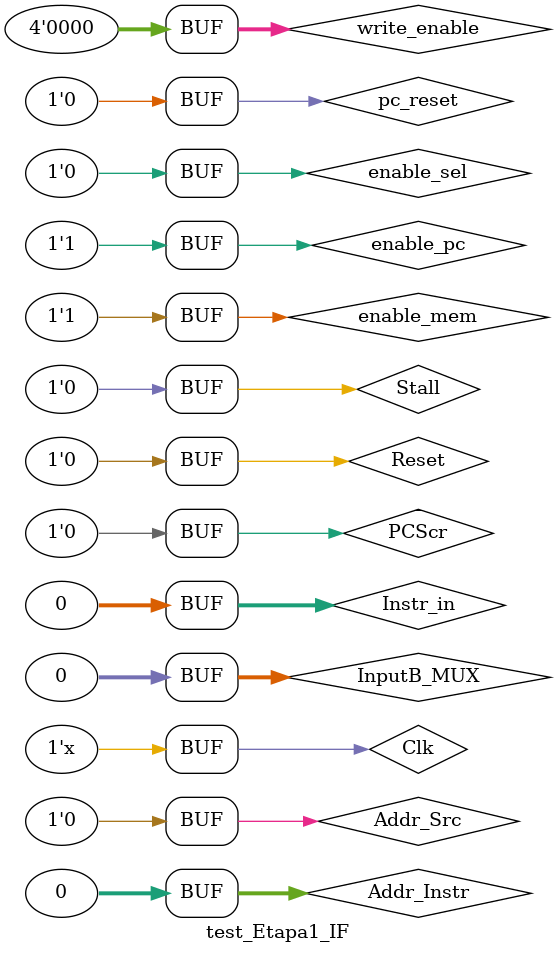
<source format=v>
`timescale 1ns / 1ps


module test_Etapa1_IF;

    // Inputs
    reg Clk; 
    reg Reset; 
    reg [31:0] InputB_MUX; 
    reg PCScr; 
    reg Stall; 
    reg enable_pc;
    reg enable_sel;
    reg [31:0] Instr_in;
    reg enable_mem;
    reg [3:0] write_enable;
    reg [31:0] Addr_Instr;
    reg Addr_Src;
    reg pc_reset;
	// Outputs
	wire [31:0] E1_AddOut; 
    wire [31:0] E1_InstrOut; 
    wire [31:0] PC_Out;

	// Instantiate the Unit Under Test (UUT)
	Etapa1_IF uut (
		.Clk(Clk), 
        .Reset(Reset), 
        .InputB_MUX(InputB_MUX), 
        .PCScr(PCScr), 
        .Stall(Stall), 
        .enable_pc(enable_pc),
        .enable_sel(enable_sel),
        .Instr_in(Instr_in),
        .enable_mem(enable_mem),
        .write_enable(write_enable),
        .Addr_Instr(Addr_Instr),
        .Addr_Src(Addr_Src),
        .pc_reset(pc_reset),
        .E1_AddOut(E1_AddOut), 
        .E1_InstrOut(E1_InstrOut), 
        .PC_Out(PC_Out)
	);
    
    initial begin
        // Initialize Inputs
        Clk = 1;
        Reset = 1;
        pc_reset=1;
        InputB_MUX = 32'h00000000; // address branch
        PCScr = 0; 
        Stall = 0; 
        enable_pc = 0;
        enable_sel = 0;
        Instr_in = 32'h00000000;
        enable_mem = 0;
        write_enable = 3'b0000;
        Addr_Instr = 32'h00000000;
        Addr_Src = 0;
        #20;
        // addi r1 r1 0x3 ; Hex: 0x20210003
        Reset = 0;
        InputB_MUX = 32'h00000000; // address branch
        PCScr = 0; // no hay branch
        Stall = 0; // no se detecto peligros
        enable_pc = 0; // se deshabilita el modulo PC
        enable_sel = 0; // no hay debug entonces se selecciona de entrada Stall
        Instr_in = 32'h00000000; // no hay datos para grabar en memoria
        enable_mem = 0; // no hay datos para grabar en memoria
        write_enable = 4'b0000; // no hay datos para grabar en memoria
        Addr_Instr = 32'h00000000; // no hay datos para grabar en memoria
        Addr_Src = 0; // como no se graba la memoria se selecciona de address de la salida PC
        #20
        enable_mem = 1; // se habilita la memoria un ciclo antes
        write_enable = 4'b1111; // se arranca un ciclo antes la señal para grabar memoria
        #20;
        // grabado de 4 instrucciones en memoria
        // addi r1 r1 0x3 ; Hex: 0x20210003
        // addi r2 r2 0x7 ; Hex: 0x20420007
        // add r3 r1 r2  ; Hex: 0x00221820
        // halt ; Hex: 0x00000000
        Reset = 0;
        pc_reset=1;
        InputB_MUX = 32'h00000000; // address branch
        PCScr = 0; // no hay branch
        Stall = 0; // no se detecto peligros
        enable_pc = 0; // se deshabilita el modulo PC
        enable_sel = 1; // esta en modo debug se selecciona de entrada enable
        Instr_in = 32'h20210003; // 1° intruccion para grabar en memoria addi r1 r1 0x3
        enable_mem = 1; // hay datos para grabar en memoria
        write_enable = 4'b1111; // datos para grabar en memoria se graba todos los bytes
        Addr_Instr = 32'h00000000; // direccion de memoria de la 1° instruccion
        Addr_Src = 1; // se selecciona como direccion lo enviado por el debug
        #20;
        //segunda instruccion
        InputB_MUX = 32'h00000000; // address branch
        PCScr = 0; // no hay branch
        Stall = 0; // no se detecto peligros
        enable_pc = 0; // se deshabilita el modulo PC
        enable_sel = 1; // esta en modo debug se selecciona de entrada enable
        Instr_in = 32'h20420007; // 2° intruccion para grabar en memoria addi r2 r2 0x7
        enable_mem = 1; // hay datos para grabar en memoria
        write_enable = 4'b1111; // datos para grabar en memoria se graba todos los bytes
        Addr_Instr = 32'h00000004; // direccion de memoria de la 2° instruccion
        Addr_Src = 1; // se selecciona como direccion lo enviado por el debug 
        #20;
        //tercera instruccion
        InputB_MUX = 32'h00000000; // address branch
        PCScr = 0; // no hay branch
        Stall = 0; // no se detecto peligros
        enable_pc = 0; // se deshabilita el modulo PC
        enable_sel = 1; // esta en modo debug se selecciona de entrada enable
        Instr_in = 32'h00221820; // 3° intruccion para grabar en memoria add r3 r1 r2
        enable_mem = 1; // hay datos para grabar en memoria
        write_enable = 4'b1111; // datos para grabar en memoria se graba todos los bytes
        Addr_Instr = 32'h00000008; // direccion de memoria de la 3° instruccion
        Addr_Src = 1; // se selecciona como direccion lo enviado por el debug
        #20;
        //cuarta instruccion
        InputB_MUX = 32'h00000000; // address branch
        PCScr = 0; // no hay branch
        Stall = 0; // no se detecto peligros
        enable_pc = 0; // se deshabilita el modulo PC
        enable_sel = 1; // esta en modo debug se selecciona de entrada enable
        Instr_in = 32'h00000000; // 4° intruccion para grabar en memoria add r3 r1 r2
        enable_mem = 1; // hay datos para grabar en memoria
        write_enable = 4'b1111; // datos para grabar en memoria se graba todos los bytes
        Addr_Instr = 32'h0000000c; // direccion de memoria de la 4° instruccion
        Addr_Src = 1; // se selecciona como direccion lo enviado por el debug
//        #20;
//        write_enable = 4'b0000; // Se espera un ciclo antes de comenzar a leer la memoria
        #20; 
        // Arranque del modulo. Se comienzan a leer la instrucciones
        pc_reset=0;
        InputB_MUX = 32'h00000000; // address branch
        PCScr = 0; // no hay branch
        Stall = 0; // no se detecto peligros
        enable_pc = 1; // se habilita el PC
        enable_sel = 0; // no hay debug entonces se selecciona de entrada Stall
        Instr_in = 32'h00000000; // no hay datos para grabar en memoria
        enable_mem = 1; // no hay datos para grabar en memoria
        write_enable = 4'b0000; // no hay datos para grabar en memoria
        Addr_Instr = 32'h00000000; // no hay datos para grabar en memoria
        Addr_Src = 0; // como no se graba la memoria se selecciona de address de la salida PC
                    
    end
    
   always begin //clock de la placa 50Mhz
        #10 Clk=~Clk;
    end 
    
endmodule

</source>
